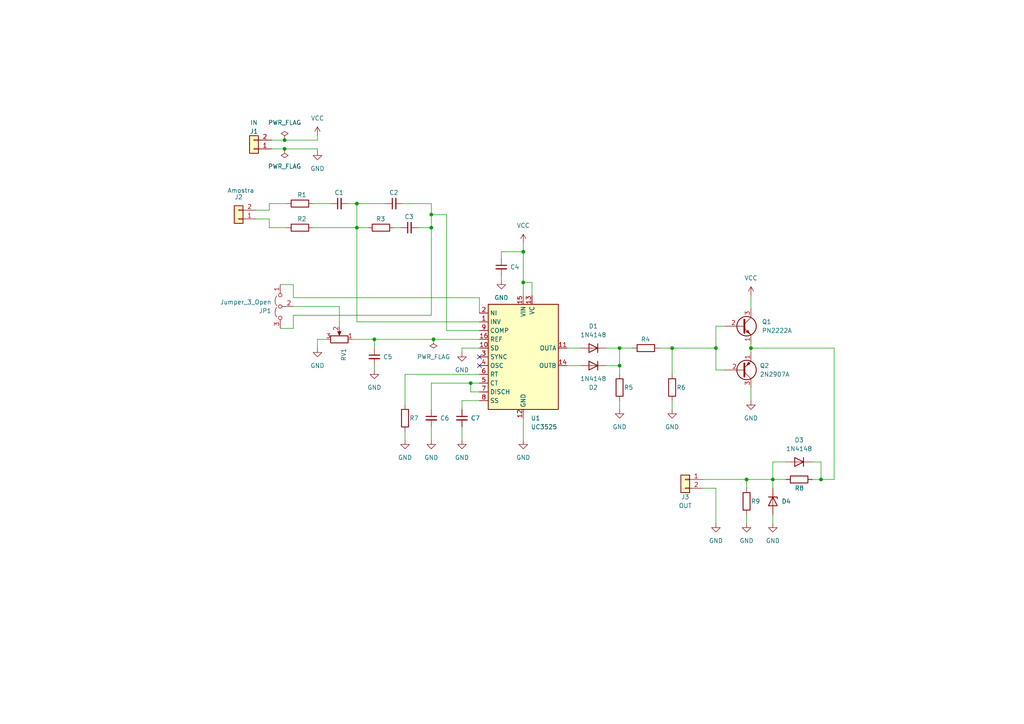
<source format=kicad_sch>
(kicad_sch (version 20230121) (generator eeschema)
  (paper "A4")
  (lib_symbols
    (symbol "Connector_Generic:Conn_01x02" (pin_names (offset 1.016) hide)
      (property "Reference" "J" (at 0 2.54 0))
      (property "Value" "Conn_01x02" (at 0 -5.08 0))
      (symbol "Conn_01x02_1_1"
        (rectangle (start -1.27 -2.413) (end 0 -2.667) (stroke (width 0.1524)))
        (rectangle (start -1.27 0.127) (end 0 -0.127) (stroke (width 0.1524)))
        (rectangle (start -1.27 1.27) (end 1.27 -3.81) (stroke (width 0.254)) (fill (type background)))
        (pin passive line (at -5.08 0 0) (length 3.81) (name "Pin_1") (number "1"))
        (pin passive line (at -5.08 -2.54 0) (length 3.81) (name "Pin_2") (number "2"))
      )
    )
    (symbol "Device:C_Small" (pin_numbers hide) (pin_names (offset 0.254) hide)
      (property "Reference" "C" (at 0.254 1.778 0))
      (property "Value" "C_Small" (at 0.254 -2.032 0))
      (symbol "C_Small_0_1"
        (polyline (pts (xy -1.524 -0.508) (xy 1.524 -0.508)) (stroke (width 0.3302)))
        (polyline (pts (xy -1.524 0.508) (xy 1.524 0.508)) (stroke (width 0.3048)))
      )
      (symbol "C_Small_1_1"
        (pin passive line (at 0 2.54 270) (length 2.032) (name "~") (number "1"))
        (pin passive line (at 0 -2.54 90) (length 2.032) (name "~") (number "2"))
      )
    )
    (symbol "Device:D_Zener" (pin_numbers hide) (pin_names (offset 1.016) hide)
      (property "Reference" "D" (at 0 2.54 0))
      (property "Value" "D_Zener" (at 0 -2.54 0))
      (symbol "D_Zener_0_1"
        (polyline (pts (xy 1.27 0) (xy -1.27 0)))
        (polyline (pts (xy -1.27 -1.27) (xy -1.27 1.27) (xy -0.762 1.27)) (stroke (width 0.254)))
        (polyline (pts (xy 1.27 -1.27) (xy 1.27 1.27) (xy -1.27 0) (xy 1.27 -1.27)) (stroke (width 0.254)))
      )
      (symbol "D_Zener_1_1"
        (pin passive line (at -3.81 0 0) (length 2.54) (name "K") (number "1"))
        (pin passive line (at 3.81 0 180) (length 2.54) (name "A") (number "2"))
      )
    )
    (symbol "Device:Q_PNP_EBC" (pin_names (offset 0) hide)
      (property "Reference" "Q" (at 5.08 1.27 0))
      (property "Value" "Q_PNP_EBC" (at 5.08 -1.27 0))
      (symbol "Q_PNP_EBC_0_1"
        (polyline (pts (xy 0.635 0.635) (xy 2.54 2.54)))
        (polyline (pts (xy 0.635 -0.635) (xy 2.54 -2.54) (xy 2.54 -2.54)))
        (polyline (pts (xy 0.635 1.905) (xy 0.635 -1.905) (xy 0.635 -1.905)) (stroke (width 0.508)))
        (polyline (pts (xy 2.286 -1.778) (xy 1.778 -2.286) (xy 1.27 -1.27) (xy 2.286 -1.778) (xy 2.286 -1.778)) (fill (type outline)))
        (circle (center 1.27 0) (radius 2.8194) (stroke (width 0.254)))
      )
      (symbol "Q_PNP_EBC_1_1"
        (pin passive line (at 2.54 -5.08 90) (length 2.54) (name "E") (number "1"))
        (pin input line (at -5.08 0 0) (length 5.715) (name "B") (number "2"))
        (pin passive line (at 2.54 5.08 270) (length 2.54) (name "C") (number "3"))
      )
    )
    (symbol "Device:R" (pin_numbers hide) (pin_names (offset 0))
      (property "Reference" "R" (at 2.032 0 90))
      (property "Value" "R" (at 0 0 90))
      (symbol "R_0_1"
        (rectangle (start -1.016 -2.54) (end 1.016 2.54) (stroke (width 0.254)))
      )
      (symbol "R_1_1"
        (pin passive line (at 0 3.81 270) (length 1.27) (name "~") (number "1"))
        (pin passive line (at 0 -3.81 90) (length 1.27) (name "~") (number "2"))
      )
    )
    (symbol "Device:R_Potentiometer" (pin_names (offset 1.016) hide)
      (property "Reference" "RV" (at -4.445 0 90))
      (property "Value" "R_Potentiometer" (at -2.54 0 90))
      (symbol "R_Potentiometer_0_1"
        (polyline (pts (xy 2.54 0) (xy 1.524 0)))
        (polyline (pts (xy 1.143 0) (xy 2.286 0.508) (xy 2.286 -0.508) (xy 1.143 0)) (fill (type outline)))
        (rectangle (start 1.016 2.54) (end -1.016 -2.54) (stroke (width 0.254)))
      )
      (symbol "R_Potentiometer_1_1"
        (pin passive line (at 0 3.81 270) (length 1.27) (name "1") (number "1"))
        (pin passive line (at 3.81 0 180) (length 1.27) (name "2") (number "2"))
        (pin passive line (at 0 -3.81 90) (length 1.27) (name "3") (number "3"))
      )
    )
    (symbol "Diode:1N4148" (pin_numbers hide) (pin_names hide)
      (property "Reference" "D" (at 0 2.54 0))
      (property "Value" "1N4148" (at 0 -2.54 0))
      (symbol "1N4148_0_1"
        (polyline (pts (xy -1.27 1.27) (xy -1.27 -1.27)) (stroke (width 0.254)))
        (polyline (pts (xy 1.27 0) (xy -1.27 0)))
        (polyline (pts (xy 1.27 1.27) (xy 1.27 -1.27) (xy -1.27 0) (xy 1.27 1.27)) (stroke (width 0.254)))
      )
      (symbol "1N4148_1_1"
        (pin passive line (at -3.81 0 0) (length 2.54) (name "K") (number "1"))
        (pin passive line (at 3.81 0 180) (length 2.54) (name "A") (number "2"))
      )
    )
    (symbol "Jumper:Jumper_3_Open" (pin_names (offset 0) hide)
      (property "Reference" "JP" (at -2.54 -2.54 0))
      (property "Value" "Jumper_3_Open" (at 0 2.794 0))
      (symbol "Jumper_3_Open_0_0"
        (circle (center -3.302 0) (radius 0.508))
        (circle (center 0 0) (radius 0.508))
        (circle (center 3.302 0) (radius 0.508))
      )
      (symbol "Jumper_3_Open_0_1"
        (arc (start -0.254 1.016) (mid -1.651 1.4992) (end -3.048 1.016))
        (polyline (pts (xy 0 -0.508) (xy 0 -1.27)))
        (arc (start 3.048 1.016) (mid 1.651 1.4992) (end 0.254 1.016))
      )
      (symbol "Jumper_3_Open_1_1"
        (pin passive line (at -6.35 0 0) (length 2.54) (name "A") (number "1"))
        (pin passive line (at 0 -3.81 90) (length 2.54) (name "C") (number "2"))
        (pin passive line (at 6.35 0 180) (length 2.54) (name "B") (number "3"))
      )
    )
    (symbol "Regulator_Controller:UC3525"
      (property "Reference" "U" (at 3.81 19.05 0))
      (property "Value" "UC3525" (at 3.81 16.51 0))
      (symbol "UC3525_0_1"
        (rectangle (start -10.16 -15.24) (end 10.16 15.24) (stroke (width 0.254)) (fill (type background)))
      )
      (symbol "UC3525_1_1"
        (pin input line (at -12.7 10.16 0) (length 2.54) (name "INV") (number "1"))
        (pin passive line (at -12.7 2.54 0) (length 2.54) (name "SD") (number "10"))
        (pin output line (at 12.7 2.54 180) (length 2.54) (name "OUTA") (number "11"))
        (pin power_in line (at 0 -17.78 90) (length 2.54) (name "GND") (number "12"))
        (pin power_in line (at 2.54 17.78 270) (length 2.54) (name "VC") (number "13"))
        (pin output line (at 12.7 -2.54 180) (length 2.54) (name "OUTB") (number "14"))
        (pin power_in line (at 0 17.78 270) (length 2.54) (name "VIN") (number "15"))
        (pin power_in line (at -12.7 5.08 0) (length 2.54) (name "REF") (number "16"))
        (pin input line (at -12.7 12.7 0) (length 2.54) (name "NI") (number "2"))
        (pin passive line (at -12.7 0 0) (length 2.54) (name "SYNC") (number "3"))
        (pin output line (at -12.7 -2.54 0) (length 2.54) (name "OSC") (number "4"))
        (pin passive line (at -12.7 -7.62 0) (length 2.54) (name "CT") (number "5"))
        (pin passive line (at -12.7 -5.08 0) (length 2.54) (name "RT") (number "6"))
        (pin open_collector line (at -12.7 -10.16 0) (length 2.54) (name "DISCH") (number "7"))
        (pin passive line (at -12.7 -12.7 0) (length 2.54) (name "SS") (number "8"))
        (pin passive line (at -12.7 7.62 0) (length 2.54) (name "COMP") (number "9"))
      )
    )
    (symbol "Transistor_BJT:PN2222A" (pin_names (offset 0) hide)
      (property "Reference" "Q" (at 5.08 1.905 0))
      (property "Value" "PN2222A" (at 5.08 0 0))
      (symbol "PN2222A_0_1"
        (polyline (pts (xy 0 0) (xy 0.635 0)))
        (polyline (pts (xy 2.54 -2.54) (xy 0.635 -0.635)))
        (polyline (pts (xy 2.54 2.54) (xy 0.635 0.635)))
        (polyline (pts (xy 0.635 1.905) (xy 0.635 -1.905) (xy 0.635 -1.905)) (stroke (width 0.508)))
        (polyline (pts (xy 2.413 -2.413) (xy 1.905 -1.905) (xy 1.905 -1.905)))
        (polyline (pts (xy 1.143 -1.651) (xy 1.651 -1.143) (xy 2.159 -2.159) (xy 1.143 -1.651) (xy 1.143 -1.651)) (fill (type outline)))
        (circle (center 1.27 0) (radius 2.8194) (stroke (width 0.254)))
      )
      (symbol "PN2222A_1_1"
        (pin passive line (at 2.54 -5.08 90) (length 2.54) (name "E") (number "1"))
        (pin input line (at -5.08 0 0) (length 5.08) (name "B") (number "2"))
        (pin passive line (at 2.54 5.08 270) (length 2.54) (name "C") (number "3"))
      )
    )
    (symbol "power:GND" (power) (pin_names (offset 0))
      (property "Value" "GND" (at 0 -3.81 0))
      (symbol "GND_0_1"
        (polyline (pts (xy 0 0) (xy 0 -1.27) (xy 1.27 -1.27) (xy 0 -2.54) (xy -1.27 -1.27) (xy 0 -1.27)))
      )
      (symbol "GND_1_1"
        (pin power_in line (at 0 0 270) (length 0) hide (name "GND") (number "1"))
      )
    )
    (symbol "power:PWR_FLAG" (power) (pin_numbers hide) (pin_names (offset 0) hide)
      (property "Value" "PWR_FLAG" (at 0 3.81 0))
      (symbol "PWR_FLAG_0_0"
        (pin power_out line (at 0 0 90) (length 0) (name "pwr") (number "1"))
      )
      (symbol "PWR_FLAG_0_1"
        (polyline (pts (xy 0 0) (xy 0 1.27) (xy -1.016 1.905) (xy 0 2.54) (xy 1.016 1.905) (xy 0 1.27)))
      )
    )
    (symbol "power:VCC" (power) (pin_names (offset 0))
      (property "Value" "VCC" (at 0 3.81 0))
      (symbol "VCC_0_1"
        (polyline (pts (xy -0.762 1.27) (xy 0 2.54)))
        (polyline (pts (xy 0 0) (xy 0 2.54)))
        (polyline (pts (xy 0 2.54) (xy 0.762 1.27)))
      )
      (symbol "VCC_1_1"
        (pin power_in line (at 0 0 90) (length 0) hide (name "VCC") (number "1"))
      )
    )
  )
  (junction (at 82.55 40.64))
  (junction (at 179.705 106.045))
  (junction (at 125.095 66.04))
  (junction (at 216.535 139.065))
  (junction (at 136.525 111.125))
  (junction (at 224.155 139.065))
  (junction (at 103.505 59.055))
  (junction (at 238.125 139.065))
  (junction (at 151.765 73.025))
  (junction (at 103.505 66.04))
  (junction (at 151.765 81.915))
  (junction (at 217.805 100.965))
  (junction (at 194.945 100.965))
  (junction (at 108.585 98.425))
  (junction (at 82.55 43.18))
  (junction (at 207.645 100.965))
  (junction (at 179.705 100.965))
  (junction (at 125.095 62.23))
  (junction (at 125.73 98.425))
  (no_connect (at 139.065 103.505))
  (no_connect (at 139.065 106.045))
  (wire (pts (xy 121.285 66.04) (xy 125.095 66.04)))
  (wire (pts (xy 151.765 81.915) (xy 154.305 81.915)))
  (wire (pts (xy 216.535 139.065) (xy 216.535 141.605)))
  (wire (pts (xy 103.505 59.055) (xy 111.76 59.055)))
  (wire (pts (xy 224.155 139.065) (xy 224.155 133.985)))
  (wire (pts (xy 103.505 66.04) (xy 103.505 93.345)))
  (wire (pts (xy 85.09 88.9) (xy 98.425 88.9)))
  (wire (pts (xy 133.985 118.745) (xy 133.985 116.205)))
  (wire (pts (xy 125.73 98.425) (xy 139.065 98.425)))
  (wire (pts (xy 114.3 66.04) (xy 116.205 66.04)))
  (wire (pts (xy 133.985 100.965) (xy 139.065 100.965)))
  (wire (pts (xy 217.805 100.965) (xy 217.805 102.235)))
  (wire (pts (xy 175.895 106.045) (xy 179.705 106.045)))
  (wire (pts (xy 92.075 100.965) (xy 92.075 98.425)))
  (wire (pts (xy 133.985 102.235) (xy 133.985 100.965)))
  (wire (pts (xy 217.805 99.695) (xy 217.805 100.965)))
  (wire (pts (xy 224.155 133.985) (xy 227.965 133.985)))
  (wire (pts (xy 81.28 82.55) (xy 85.09 82.55)))
  (wire (pts (xy 139.065 95.885) (xy 129.54 95.885)))
  (wire (pts (xy 175.895 100.965) (xy 179.705 100.965)))
  (wire (pts (xy 216.535 149.225) (xy 216.535 151.765)))
  (wire (pts (xy 103.505 93.345) (xy 139.065 93.345)))
  (wire (pts (xy 82.55 43.18) (xy 92.075 43.18)))
  (wire (pts (xy 136.525 113.665) (xy 136.525 111.125)))
  (wire (pts (xy 129.54 62.23) (xy 125.095 62.23)))
  (wire (pts (xy 179.705 106.045) (xy 179.705 108.585)))
  (wire (pts (xy 151.765 81.915) (xy 151.765 85.725)))
  (wire (pts (xy 92.075 40.64) (xy 92.075 39.37)))
  (wire (pts (xy 217.805 85.725) (xy 217.805 89.535)))
  (wire (pts (xy 129.54 95.885) (xy 129.54 62.23)))
  (wire (pts (xy 136.525 111.125) (xy 125.095 111.125)))
  (wire (pts (xy 235.585 133.985) (xy 238.125 133.985)))
  (wire (pts (xy 78.105 63.5) (xy 78.105 66.04)))
  (wire (pts (xy 125.095 66.04) (xy 125.095 91.44)))
  (wire (pts (xy 108.585 106.045) (xy 108.585 107.315)))
  (wire (pts (xy 217.805 100.965) (xy 241.935 100.965)))
  (wire (pts (xy 125.095 62.23) (xy 125.095 66.04)))
  (wire (pts (xy 207.645 100.965) (xy 207.645 107.315)))
  (wire (pts (xy 78.74 43.18) (xy 82.55 43.18)))
  (wire (pts (xy 92.075 43.18) (xy 92.075 43.815)))
  (wire (pts (xy 151.765 70.485) (xy 151.765 73.025)))
  (wire (pts (xy 194.945 100.965) (xy 207.645 100.965)))
  (wire (pts (xy 203.835 139.065) (xy 216.535 139.065)))
  (wire (pts (xy 117.475 125.095) (xy 117.475 127.635)))
  (wire (pts (xy 224.155 149.225) (xy 224.155 151.765)))
  (wire (pts (xy 78.74 40.64) (xy 82.55 40.64)))
  (wire (pts (xy 207.645 107.315) (xy 210.185 107.315)))
  (wire (pts (xy 98.425 88.9) (xy 98.425 94.615)))
  (wire (pts (xy 85.09 91.44) (xy 125.095 91.44)))
  (wire (pts (xy 151.765 73.025) (xy 151.765 81.915)))
  (wire (pts (xy 133.985 123.825) (xy 133.985 127.635)))
  (wire (pts (xy 108.585 98.425) (xy 125.73 98.425)))
  (wire (pts (xy 224.155 139.065) (xy 216.535 139.065)))
  (wire (pts (xy 207.645 94.615) (xy 207.645 100.965)))
  (wire (pts (xy 139.065 86.36) (xy 139.065 90.805)))
  (wire (pts (xy 207.645 141.605) (xy 207.645 151.765)))
  (wire (pts (xy 100.965 59.055) (xy 103.505 59.055)))
  (wire (pts (xy 78.105 60.96) (xy 78.105 59.055)))
  (wire (pts (xy 179.705 100.965) (xy 179.705 106.045)))
  (wire (pts (xy 108.585 98.425) (xy 108.585 100.965)))
  (wire (pts (xy 227.965 139.065) (xy 224.155 139.065)))
  (wire (pts (xy 179.705 100.965) (xy 183.515 100.965)))
  (wire (pts (xy 78.105 66.04) (xy 83.185 66.04)))
  (wire (pts (xy 90.805 59.055) (xy 95.885 59.055)))
  (wire (pts (xy 125.095 123.825) (xy 125.095 127.635)))
  (wire (pts (xy 82.55 40.64) (xy 92.075 40.64)))
  (wire (pts (xy 235.585 139.065) (xy 238.125 139.065)))
  (wire (pts (xy 194.945 100.965) (xy 194.945 108.585)))
  (wire (pts (xy 238.125 139.065) (xy 241.935 139.065)))
  (wire (pts (xy 154.305 81.915) (xy 154.305 85.725)))
  (wire (pts (xy 145.415 73.025) (xy 151.765 73.025)))
  (wire (pts (xy 85.09 95.25) (xy 85.09 91.44)))
  (wire (pts (xy 191.135 100.965) (xy 194.945 100.965)))
  (wire (pts (xy 145.415 74.93) (xy 145.415 73.025)))
  (wire (pts (xy 145.415 80.01) (xy 145.415 81.28)))
  (wire (pts (xy 238.125 133.985) (xy 238.125 139.065)))
  (wire (pts (xy 78.105 59.055) (xy 83.185 59.055)))
  (wire (pts (xy 81.28 95.25) (xy 85.09 95.25)))
  (wire (pts (xy 179.705 116.205) (xy 179.705 118.745)))
  (wire (pts (xy 74.295 63.5) (xy 78.105 63.5)))
  (wire (pts (xy 194.945 116.205) (xy 194.945 118.745)))
  (wire (pts (xy 164.465 106.045) (xy 168.275 106.045)))
  (wire (pts (xy 103.505 66.04) (xy 106.68 66.04)))
  (wire (pts (xy 139.065 111.125) (xy 136.525 111.125)))
  (wire (pts (xy 85.09 86.36) (xy 139.065 86.36)))
  (wire (pts (xy 133.985 116.205) (xy 139.065 116.205)))
  (wire (pts (xy 117.475 108.585) (xy 139.065 108.585)))
  (wire (pts (xy 125.095 111.125) (xy 125.095 118.745)))
  (wire (pts (xy 217.805 112.395) (xy 217.805 116.205)))
  (wire (pts (xy 164.465 100.965) (xy 168.275 100.965)))
  (wire (pts (xy 103.505 59.055) (xy 103.505 66.04)))
  (wire (pts (xy 74.295 60.96) (xy 78.105 60.96)))
  (wire (pts (xy 210.185 94.615) (xy 207.645 94.615)))
  (wire (pts (xy 116.84 59.055) (xy 125.095 59.055)))
  (wire (pts (xy 224.155 139.065) (xy 224.155 141.605)))
  (wire (pts (xy 151.765 121.285) (xy 151.765 127.635)))
  (wire (pts (xy 90.805 66.04) (xy 103.505 66.04)))
  (wire (pts (xy 203.835 141.605) (xy 207.645 141.605)))
  (wire (pts (xy 139.065 113.665) (xy 136.525 113.665)))
  (wire (pts (xy 125.095 62.23) (xy 125.095 59.055)))
  (wire (pts (xy 241.935 100.965) (xy 241.935 139.065)))
  (wire (pts (xy 85.09 82.55) (xy 85.09 86.36)))
  (wire (pts (xy 102.235 98.425) (xy 108.585 98.425)))
  (wire (pts (xy 92.075 98.425) (xy 94.615 98.425)))
  (wire (pts (xy 117.475 117.475) (xy 117.475 108.585)))
  (symbol (lib_id "power:GND") (at 217.805 116.205 0) (unit 1)
    (property "Reference" "#PWR09" (effects hide))
    (property "Value" "GND" (at 217.805 121.285 0))
  )
  (symbol (lib_id "Regulator_Controller:UC3525") (at 151.765 103.505 0) (unit 1)
    (property "Reference" "U1" (at 153.9591 121.285 0) (effects (justify left)))
    (property "Value" "UC3525" (at 153.9591 123.825 0) (effects (justify left)))
    (property "Footprint" "Package_DIP:DIP-16_W7.62mm_Socket_LongPads" (effects hide))
    (property "Datasheet" "http://www.ti.com/lit/ds/symlink/uc2525b.pdf" (effects hide))
  )
  (symbol (lib_id "power:GND") (at 216.535 151.765 0) (unit 1)
    (property "Reference" "#PWR017" (effects hide))
    (property "Value" "GND" (at 216.535 156.845 0))
  )
  (symbol (lib_id "power:PWR_FLAG") (at 125.73 98.425 180) (unit 1)
    (property "Reference" "#FLG03" (effects hide))
    (property "Value" "PWR_FLAG" (at 125.73 103.505 0))
  )
  (symbol (lib_id "power:GND") (at 145.415 81.28 0) (unit 1)
    (property "Reference" "#PWR04" (effects hide))
    (property "Value" "GND" (at 145.415 86.36 0))
  )
  (symbol (lib_id "Device:C_Small") (at 145.415 77.47 0) (unit 1)
    (property "Reference" "C4" (at 147.955 77.47 0) (effects (justify left)))
    (property "Value" "C_Small" (effects hide))
    (property "Footprint" "project_3525_footprint_Library:C_Disc_D6.0mm_W2.5mm_P5.00mm_HandSolder" (effects hide))
  )
  (symbol (lib_id "Diode:1N4148") (at 172.085 106.045 0) (mirror y) (unit 1)
    (property "Reference" "D2" (at 172.085 112.395 0))
    (property "Value" "1N4148" (at 172.085 109.855 0))
    (property "Footprint" "project_3525_footprint_Library:D_DO-35_SOD27_P10.16mm_Horizontal_HandSolder" (effects hide))
    (property "Datasheet" "https://assets.nexperia.com/documents/data-sheet/1N4148_1N4448.pdf" (effects hide))
    (property "Sim.Device" "D" (effects hide))
    (property "Sim.Pins" "1=K 2=A" (effects hide))
  )
  (symbol (lib_id "Device:R") (at 231.775 139.065 270) (unit 1)
    (property "Reference" "R8" (at 230.505 141.605 90) (effects (justify left)))
    (property "Value" "R" (effects hide))
    (property "Footprint" "project_3525_footprint_Library:R_Axial_DIN0207_L6.3mm_D2.5mm_P10.16mm_Horizontal_HandSolder" (effects hide))
  )
  (symbol (lib_id "power:GND") (at 125.095 127.635 0) (unit 1)
    (property "Reference" "#PWR013" (effects hide))
    (property "Value" "GND" (at 125.095 132.715 0))
  )
  (symbol (lib_id "Device:R") (at 194.945 112.395 0) (unit 1)
    (property "Reference" "R6" (at 196.215 112.395 0) (effects (justify left)))
    (property "Value" "R" (effects hide))
    (property "Footprint" "project_3525_footprint_Library:R_Axial_DIN0207_L6.3mm_D2.5mm_P10.16mm_Horizontal_HandSolder" (effects hide))
  )
  (symbol (lib_id "Device:C_Small") (at 133.985 121.285 0) (unit 1)
    (property "Reference" "C7" (at 136.525 121.285 0) (effects (justify left)))
    (property "Value" "C_Small" (effects hide))
    (property "Footprint" "project_3525_footprint_Library:C_Disc_D6.0mm_W2.5mm_P5.00mm_HandSolder" (effects hide))
  )
  (symbol (lib_id "Device:C_Small") (at 108.585 103.505 0) (unit 1)
    (property "Reference" "C5" (at 111.125 103.505 0) (effects (justify left)))
    (property "Value" "C_Small" (effects hide))
    (property "Footprint" "project_3525_footprint_Library:C_Disc_D6.0mm_W2.5mm_P5.00mm_HandSolder" (effects hide))
  )
  (symbol (lib_id "Device:R") (at 216.535 145.415 0) (unit 1)
    (property "Reference" "R9" (at 217.805 145.415 0) (effects (justify left)))
    (property "Value" "R" (effects hide))
    (property "Footprint" "project_3525_footprint_Library:R_Axial_DIN0207_L6.3mm_D2.5mm_P10.16mm_Horizontal_HandSolder" (effects hide))
  )
  (symbol (lib_id "Device:Q_PNP_EBC") (at 215.265 107.315 0) (mirror x) (unit 1)
    (property "Reference" "Q2" (at 220.345 106.045 0) (effects (justify left)))
    (property "Value" "2N2907A" (at 220.345 108.585 0) (effects (justify left)))
    (property "Footprint" "project_3525_footprint_Library:TO-18-3_HandSolder" (effects hide))
  )
  (symbol (lib_id "power:GND") (at 92.075 43.815 0) (unit 1)
    (property "Reference" "#PWR02" (effects hide))
    (property "Value" "GND" (at 92.075 48.895 0))
  )
  (symbol (lib_id "Jumper:Jumper_3_Open") (at 81.28 88.9 90) (mirror x) (unit 1)
    (property "Reference" "JP1" (at 78.74 90.17 90) (effects (justify left)))
    (property "Value" "Jumper_3_Open" (at 78.74 87.63 90) (effects (justify left)))
    (property "Footprint" "project_3525_footprint_Library:PinHeader_1x03_P2.54mm_Vertical_HandSolder" (effects hide))
  )
  (symbol (lib_id "power:GND") (at 207.645 151.765 0) (unit 1)
    (property "Reference" "#PWR016" (effects hide))
    (property "Value" "GND" (at 207.645 156.845 0))
  )
  (symbol (lib_id "Diode:1N4148") (at 231.775 133.985 180) (unit 1)
    (property "Reference" "D3" (at 231.775 127.635 0))
    (property "Value" "1N4148" (at 231.775 130.175 0))
    (property "Footprint" "project_3525_footprint_Library:D_DO-35_SOD27_P10.16mm_Horizontal_HandSolder" (effects hide))
    (property "Datasheet" "https://assets.nexperia.com/documents/data-sheet/1N4148_1N4448.pdf" (effects hide))
    (property "Sim.Device" "D" (effects hide))
    (property "Sim.Pins" "1=K 2=A" (effects hide))
  )
  (symbol (lib_id "Device:R") (at 110.49 66.04 90) (unit 1)
    (property "Reference" "R3" (at 111.76 63.5 90) (effects (justify left)))
    (property "Value" "R" (effects hide))
    (property "Footprint" "project_3525_footprint_Library:R_Axial_DIN0207_L6.3mm_D2.5mm_P10.16mm_Horizontal_HandSolder" (effects hide))
  )
  (symbol (lib_id "Device:R") (at 117.475 121.285 0) (unit 1)
    (property "Reference" "R7" (at 118.745 121.285 0) (effects (justify left)))
    (property "Value" "R" (effects hide))
    (property "Footprint" "project_3525_footprint_Library:R_Axial_DIN0207_L6.3mm_D2.5mm_P10.16mm_Horizontal_HandSolder" (effects hide))
  )
  (symbol (lib_id "Device:R_Potentiometer") (at 98.425 98.425 270) (mirror x) (unit 1)
    (property "Reference" "RV1" (at 99.695 100.965 0) (effects (justify right)))
    (property "Value" "R_Potentiometer" (effects hide))
    (property "Footprint" "project_3525_footprint_Library:Potentiometer_Bourns_3296X_Horizontal_HandSolder" (effects hide))
  )
  (symbol (lib_id "Device:C_Small") (at 118.745 66.04 90) (unit 1)
    (property "Reference" "C3" (at 120.015 62.865 90) (effects (justify left)))
    (property "Value" "C_Small" (effects hide))
    (property "Footprint" "project_3525_footprint_Library:C_Disc_D6.0mm_W2.5mm_P5.00mm_HandSolder" (effects hide))
  )
  (symbol (lib_id "power:GND") (at 133.985 102.235 0) (unit 1)
    (property "Reference" "#PWR07" (effects hide))
    (property "Value" "GND" (at 133.985 107.315 0))
  )
  (symbol (lib_id "Device:R") (at 86.995 59.055 90) (unit 1)
    (property "Reference" "R1" (at 88.9 56.515 90) (effects (justify left)))
    (property "Value" "R" (effects hide))
    (property "Footprint" "project_3525_footprint_Library:R_Axial_DIN0207_L6.3mm_D2.5mm_P10.16mm_Horizontal_HandSolder" (effects hide))
  )
  (symbol (lib_id "power:GND") (at 179.705 118.745 0) (unit 1)
    (property "Reference" "#PWR010" (effects hide))
    (property "Value" "GND" (at 179.705 123.825 0))
  )
  (symbol (lib_id "Device:C_Small") (at 98.425 59.055 90) (unit 1)
    (property "Reference" "C1" (at 99.695 55.88 90) (effects (justify left)))
    (property "Value" "C_Small" (effects hide))
    (property "Footprint" "project_3525_footprint_Library:C_Disc_D6.0mm_W2.5mm_P5.00mm_HandSolder" (effects hide))
  )
  (symbol (lib_id "Device:C_Small") (at 114.3 59.055 90) (unit 1)
    (property "Reference" "C2" (at 115.57 55.88 90) (effects (justify left)))
    (property "Value" "C_Small" (effects hide))
    (property "Footprint" "project_3525_footprint_Library:C_Disc_D6.0mm_W2.5mm_P5.00mm_HandSolder" (effects hide))
  )
  (symbol (lib_id "power:VCC") (at 92.075 39.37 0) (unit 1)
    (property "Reference" "#PWR01" (effects hide))
    (property "Value" "VCC" (at 92.075 34.29 0))
  )
  (symbol (lib_id "Device:R") (at 187.325 100.965 90) (unit 1)
    (property "Reference" "R4" (at 188.595 98.425 90) (effects (justify left)))
    (property "Value" "R" (effects hide))
    (property "Footprint" "project_3525_footprint_Library:R_Axial_DIN0207_L6.3mm_D2.5mm_P10.16mm_Horizontal_HandSolder" (effects hide))
  )
  (symbol (lib_id "Device:R") (at 179.705 112.395 0) (unit 1)
    (property "Reference" "R5" (at 180.975 112.395 0) (effects (justify left)))
    (property "Value" "R" (effects hide))
    (property "Footprint" "project_3525_footprint_Library:R_Axial_DIN0207_L6.3mm_D2.5mm_P10.16mm_Horizontal_HandSolder" (effects hide))
  )
  (symbol (lib_id "power:GND") (at 194.945 118.745 0) (unit 1)
    (property "Reference" "#PWR011" (effects hide))
    (property "Value" "GND" (at 194.945 123.825 0))
  )
  (symbol (lib_id "power:GND") (at 117.475 127.635 0) (unit 1)
    (property "Reference" "#PWR012" (effects hide))
    (property "Value" "GND" (at 117.475 132.715 0))
  )
  (symbol (lib_id "Device:R") (at 86.995 66.04 90) (unit 1)
    (property "Reference" "R2" (at 88.9 63.5 90) (effects (justify left)))
    (property "Value" "R" (effects hide))
    (property "Footprint" "project_3525_footprint_Library:R_Axial_DIN0207_L6.3mm_D2.5mm_P10.16mm_Horizontal_HandSolder" (effects hide))
  )
  (symbol (lib_id "Connector_Generic:Conn_01x02") (at 69.215 63.5 180) (unit 1)
    (property "Reference" "J2" (at 69.215 57.15 0))
    (property "Value" "Amostra" (at 69.85 55.245 0))
    (property "Footprint" "TerminalBlock_Phoenix:TerminalBlock_Phoenix_MKDS-1,5-2_1x02_P5.00mm_Horizontal" (effects hide))
  )
  (symbol (lib_id "power:GND") (at 224.155 151.765 0) (unit 1)
    (property "Reference" "#PWR018" (effects hide))
    (property "Value" "GND" (at 224.155 156.845 0))
  )
  (symbol (lib_id "Connector_Generic:Conn_01x02") (at 73.66 43.18 180) (unit 1)
    (property "Reference" "J1" (at 73.66 38.1 0))
    (property "Value" "IN" (at 73.66 35.56 0))
    (property "Footprint" "TerminalBlock_Phoenix:TerminalBlock_Phoenix_MKDS-1,5-2_1x02_P5.00mm_Horizontal" (effects hide))
  )
  (symbol (lib_id "power:PWR_FLAG") (at 82.55 40.64 0) (unit 1)
    (property "Reference" "#FLG01" (effects hide))
    (property "Value" "PWR_FLAG" (at 82.55 35.56 0))
  )
  (symbol (lib_id "power:GND") (at 92.075 100.965 0) (unit 1)
    (property "Reference" "#PWR06" (effects hide))
    (property "Value" "GND" (at 92.075 106.045 0))
  )
  (symbol (lib_id "Diode:1N4148") (at 172.085 100.965 180) (unit 1)
    (property "Reference" "D1" (at 172.085 94.615 0))
    (property "Value" "1N4148" (at 172.085 97.155 0))
    (property "Footprint" "project_3525_footprint_Library:D_DO-35_SOD27_P10.16mm_Horizontal_HandSolder" (effects hide))
    (property "Datasheet" "https://assets.nexperia.com/documents/data-sheet/1N4148_1N4448.pdf" (effects hide))
    (property "Sim.Device" "D" (effects hide))
    (property "Sim.Pins" "1=K 2=A" (effects hide))
  )
  (symbol (lib_id "power:PWR_FLAG") (at 82.55 43.18 180) (unit 1)
    (property "Reference" "#FLG02" (effects hide))
    (property "Value" "PWR_FLAG" (at 82.55 48.26 0))
  )
  (symbol (lib_id "Device:C_Small") (at 125.095 121.285 0) (unit 1)
    (property "Reference" "C6" (at 127.635 121.285 0) (effects (justify left)))
    (property "Value" "C_Small" (effects hide))
    (property "Footprint" "project_3525_footprint_Library:C_Disc_D6.0mm_W2.5mm_P5.00mm_HandSolder" (effects hide))
  )
  (symbol (lib_id "power:VCC") (at 151.765 70.485 0) (unit 1)
    (property "Reference" "#PWR03" (effects hide))
    (property "Value" "VCC" (at 151.765 65.405 0))
  )
  (symbol (lib_id "power:VCC") (at 217.805 85.725 0) (unit 1)
    (property "Reference" "#PWR05" (effects hide))
    (property "Value" "VCC" (at 217.805 80.645 0))
  )
  (symbol (lib_id "Transistor_BJT:PN2222A") (at 215.265 94.615 0) (unit 1)
    (property "Reference" "Q1" (at 220.98 93.345 0) (effects (justify left)))
    (property "Value" "PN2222A" (at 220.98 95.885 0) (effects (justify left)))
    (property "Footprint" "project_3525_footprint_Library:TO-92_Inline_Wide_HandSolder" (effects hide))
    (property "Datasheet" "https://www.onsemi.com/pub/Collateral/PN2222-D.PDF" (effects hide))
  )
  (symbol (lib_id "Device:D_Zener") (at 224.155 145.415 270) (unit 1)
    (property "Reference" "D4" (at 226.695 145.415 90) (effects (justify left)))
    (property "Value" "D_Zener" (effects hide))
    (property "Footprint" "project_3525_footprint_Library:D_DO-41_SOD81_P10.16mm_Horizontal_HandSolder" (effects hide))
  )
  (symbol (lib_id "Connector_Generic:Conn_01x02") (at 198.755 139.065 0) (mirror y) (unit 1)
    (property "Reference" "J3" (at 198.755 144.145 0))
    (property "Value" "OUT" (at 198.755 146.685 0))
    (property "Footprint" "TerminalBlock_Phoenix:TerminalBlock_Phoenix_MKDS-1,5-2_1x02_P5.00mm_Horizontal" (effects hide))
  )
  (symbol (lib_id "power:GND") (at 108.585 107.315 0) (unit 1)
    (property "Reference" "#PWR08" (effects hide))
    (property "Value" "GND" (at 108.585 112.395 0))
  )
  (symbol (lib_id "power:GND") (at 151.765 127.635 0) (unit 1)
    (property "Reference" "#PWR015" (effects hide))
    (property "Value" "GND" (at 151.765 132.715 0))
  )
  (symbol (lib_id "power:GND") (at 133.985 127.635 0) (unit 1)
    (property "Reference" "#PWR014" (effects hide))
    (property "Value" "GND" (at 133.985 132.715 0))
  )
)
</source>
